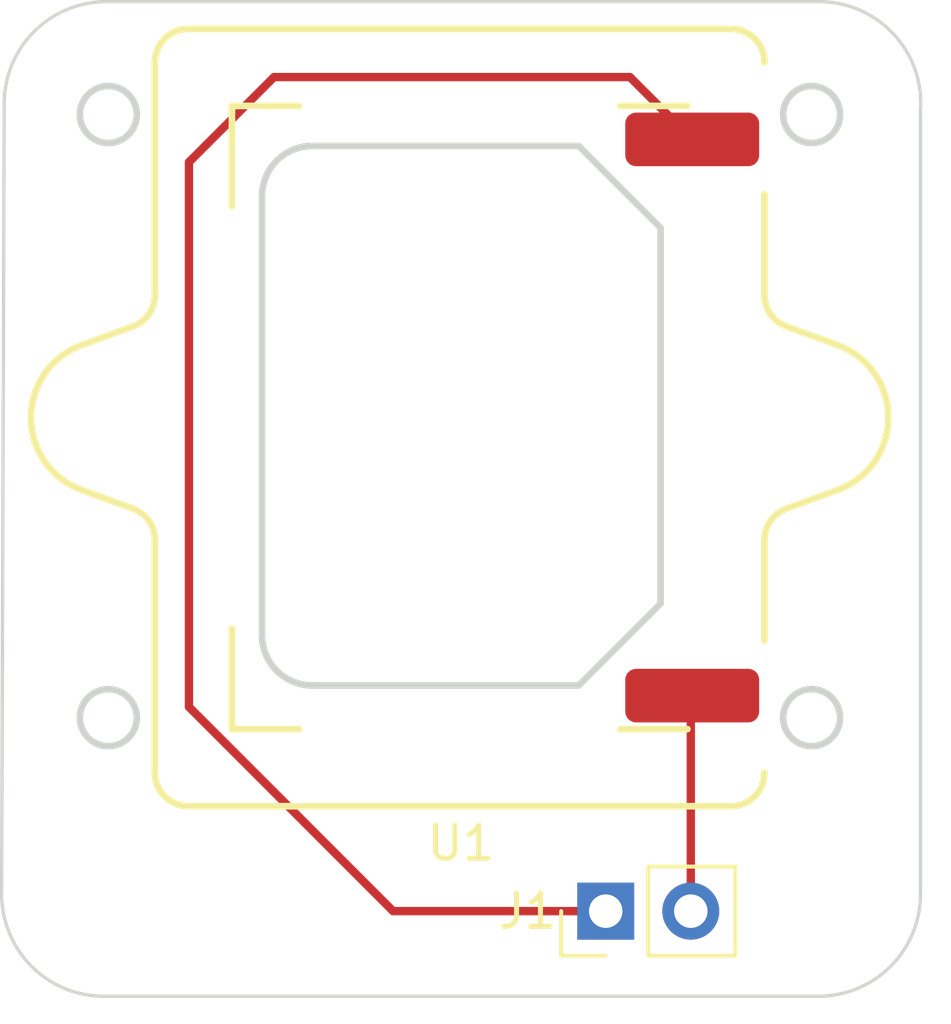
<source format=kicad_pcb>
(kicad_pcb (version 20211014) (generator pcbnew)
  (layers (0 "F.Cu" signal) (31 "B.Cu" signal) (34 "B.Paste" user) (35 "F.Paste" user) (36 "B.SilkS" user "B.Silkscreen") (37 "F.SilkS" user "F.Silkscreen") (38 "B.Mask" user) (39 "F.Mask" user) (44 "Edge.Cuts" user))
  (net 0 "")
  (net 1 "Net-(J1-Pad1)")
  (net 2 "Net-(J1-Pad2)")
  (footprint "project:AS01808AO-mount" (layer "F.Cu") (at 164.338 91.44)
    (fp_text reference "U1" (at 0 12.7 unlocked) (layer "F.SilkS"))
    (fp_text value "as01808ao")
    (fp_line (start -8.144 -11.6) (end 8.056 -11.6) (layer "F.SilkS") (width 0.2))
    (fp_line (start 9.71398 2.717682) (end 11.242646 2.161293) (layer "F.SilkS") (width 0.2))
    (fp_line (start 11.242646 -2.161293) (end 9.71398 -2.717682) (layer "F.SilkS") (width 0.2))
    (fp_line (start 4.756 -9.3) (end 6.756 -9.3) (layer "F.SilkS") (width 0.2))
    (fp_line (start -9.144 -10.6) (end -9.144 -3.657375) (layer "F.SilkS") (width 0.2))
    (fp_line (start -6.844 9.3) (end -6.844 6.3) (layer "F.SilkS") (width 0.2))
    (fp_line (start -4.844 9.3) (end -6.844 9.3) (layer "F.SilkS") (width 0.2))
    (fp_line (start 9.056 3.657375) (end 9.056 6.657375) (layer "F.SilkS") (width 0.2))
    (fp_line (start 6.756 9.3) (end 4.756 9.3) (layer "F.SilkS") (width 0.2))
    (fp_line (start -6.844 -9.3) (end -4.844 -9.3) (layer "F.SilkS") (width 0.2))
    (fp_line (start -9.144 3.657375) (end -9.144 10.6) (layer "F.SilkS") (width 0.2))
    (fp_line (start 9.056 -3.657375) (end 9.056 -6.657375) (layer "F.SilkS") (width 0.2))
    (fp_line (start -11.330646 2.161293) (end -9.80198 2.717682) (layer "F.SilkS") (width 0.2))
    (fp_line (start -6.844 -9.3) (end -6.844 -6.3) (layer "F.SilkS") (width 0.2))
    (fp_line (start 8.056 11.6) (end -8.144 11.6) (layer "F.SilkS") (width 0.2))
    (fp_line (start -9.80198 -2.717682) (end -11.330646 -2.161293) (layer "F.SilkS") (width 0.2))
    (fp_arc (start 11.242646 -2.161293) (mid 12.756 0) (end 11.242646 2.161293) (layer "F.SilkS") (width 0.2))
    (fp_arc (start -11.330646 2.161293) (mid -12.844 0) (end -11.330646 -2.161293) (layer "F.SilkS") (width 0.2))
    (fp_arc (start -9.80198 2.717682) (mid -9.324848 3.083798) (end -9.144 3.657375) (layer "F.SilkS") (width 0.2))
    (fp_arc (start -9.144 -10.6) (mid -8.851107 -11.307107) (end -8.144 -11.6) (layer "F.SilkS") (width 0.2))
    (fp_arc (start -9.144 -3.657375) (mid -9.324848 -3.083798) (end -9.80198 -2.717682) (layer "F.SilkS") (width 0.2))
    (fp_arc (start 9.056 3.657375) (mid 9.236859 3.083806) (end 9.71398 2.717682) (layer "F.SilkS") (width 0.2))
    (fp_arc (start 9.056 10.6) (mid 8.763107 11.307107) (end 8.056 11.6) (layer "F.SilkS") (width 0.2))
    (fp_arc (start -8.144 11.6) (mid -8.851107 11.307107) (end -9.144 10.6) (layer "F.SilkS") (width 0.2))
    (fp_arc (start 8.056 -11.6) (mid 8.763107 -11.307107) (end 9.056 -10.6) (layer "F.SilkS") (width 0.2))
    (fp_arc (start 9.71398 -2.717682) (mid 9.236845 -3.083806) (end 9.056 -3.657375) (layer "F.SilkS") (width 0.2))
    (pad "" np_thru_hole circle (at 10.4648 0) (size 1.7 1.7) (drill 1.7) (layers F&B.Cu *.Mask))
    (pad "" np_thru_hole circle (at -10.5156 0) (size 1.7 1.7) (drill 1.7) (layers F&B.Cu *.Mask))
    (pad "1" smd roundrect (at 6.9 -8.3) (size 4 1.6) (layers "F.Cu" "F.Paste" "F.Mask") (roundrect_rratio 0.2) (net 1 "Net-(J1-Pad1)"))
    (pad "2" smd roundrect (at 6.9 8.3) (size 4 1.6) (layers "F.Cu" "F.Paste" "F.Mask") (roundrect_rratio 0.2) (net 2 "Net-(J1-Pad2)"))
  )
  (footprint "Connector_PinHeader_2.54mm:PinHeader_1x02_P2.54mm_Vertical" (layer "F.Cu") (at 168.656 106.172 90)
    (fp_text reference "J1" (at 0 -2.33) (layer "F.SilkS"))
    (fp_text value "Conn_01x02_Male")
    (fp_line (start -1.33 -1.33) (end 0 -1.33) (layer "F.SilkS") (width 0.12))
    (fp_line (start -1.33 3.87) (end 1.33 3.87) (layer "F.SilkS") (width 0.12))
    (fp_line (start -1.33 1.27) (end -1.33 3.87) (layer "F.SilkS") (width 0.12))
    (fp_line (start 1.33 1.27) (end 1.33 3.87) (layer "F.SilkS") (width 0.12))
    (fp_line (start -1.33 0) (end -1.33 -1.33) (layer "F.SilkS") (width 0.12))
    (fp_line (start -1.33 1.27) (end 1.33 1.27) (layer "F.SilkS") (width 0.12))
    (pad "1" thru_hole rect (at 0 0 90) (size 1.7 1.7) (drill 1) (layers *.Cu *.Mask) (net 1 "Net-(J1-Pad1)"))
    (pad "2" thru_hole oval (at 0 2.54 90) (size 1.7 1.7) (drill 1) (layers *.Cu *.Mask) (net 2 "Net-(J1-Pad2)"))
  )
  (gr_line (start 158.393 84.836) (end 158.393 97.936) (layer "Edge.Cuts") (width 0.2))
  (gr_arc (start 175.028534 79.029634) (mid 177.255715 80.001923) (end 178.054 82.296) (layer "Edge.Cuts") (width 0.1))
  (gr_circle (center 174.8028 100.3976) (end 175.6528 100.3976) (layer "Edge.Cuts") (width 0.2) (fill none))
  (gr_arc (start 159.893 99.436) (mid 158.83234 98.99666) (end 158.393 97.936) (layer "Edge.Cuts") (width 0.2))
  (gr_arc (start 178.054 105.664) (mid 177.161261 107.819261) (end 175.006 108.712) (layer "Edge.Cuts") (width 0.1))
  (gr_circle (center 153.8028 100.3976) (end 154.6528 100.3976) (layer "Edge.Cuts") (width 0.2) (fill none))
  (gr_line (start 178.054 105.664) (end 178.054 82.296) (layer "Edge.Cuts") (width 0.1))
  (gr_line (start 167.850669 99.436) (end 159.893 99.436) (layer "Edge.Cuts") (width 0.2))
  (gr_line (start 170.293 85.77833) (end 167.850669 83.336) (layer "Edge.Cuts") (width 0.2))
  (gr_arc (start 150.693401 82.077634) (mid 151.58614 79.922373) (end 153.741401 79.029634) (layer "Edge.Cuts") (width 0.1))
  (gr_line (start 150.693401 82.077634) (end 150.618261 105.664) (layer "Edge.Cuts") (width 0.1))
  (gr_line (start 153.741401 79.029634) (end 175.028534 79.029634) (layer "Edge.Cuts") (width 0.1))
  (gr_line (start 167.850669 99.436) (end 170.293 96.993669) (layer "Edge.Cuts") (width 0.2))
  (gr_line (start 167.850669 83.336) (end 159.893 83.336) (layer "Edge.Cuts") (width 0.2))
  (gr_line (start 153.666261 108.712) (end 175.006 108.712) (layer "Edge.Cuts") (width 0.1))
  (gr_arc (start 153.666261 108.712) (mid 151.511 107.819261) (end 150.618261 105.664) (layer "Edge.Cuts") (width 0.1))
  (gr_circle (center 153.8028 82.3976) (end 154.6528 82.3976) (layer "Edge.Cuts") (width 0.2) (fill none))
  (gr_line (start 170.293 96.993669) (end 170.293 85.77833) (layer "Edge.Cuts") (width 0.2))
  (gr_arc (start 158.393 84.836) (mid 158.83234 83.77534) (end 159.893 83.336) (layer "Edge.Cuts") (width 0.2))
  (gr_circle (center 174.8028 82.3976) (end 175.6528 82.3976) (layer "Edge.Cuts") (width 0.2) (fill none))
  (segment (start 158.75 81.28) (end 169.378 81.28) (width 0.25) (layer "F.Cu") (net 1))
  (segment (start 162.306 106.172) (end 156.21 100.076) (width 0.25) (layer "F.Cu") (net 1))
  (segment (start 168.656 106.172) (end 162.306 106.172) (width 0.25) (layer "F.Cu") (net 1))
  (segment (start 156.21 100.076) (end 156.21 83.82) (width 0.25) (layer "F.Cu") (net 1))
  (segment (start 156.21 83.82) (end 158.75 81.28) (width 0.25) (layer "F.Cu") (net 1))
  (segment (start 169.378 81.28) (end 171.238 83.14) (width 0.25) (layer "F.Cu") (net 1))
  (segment (start 171.196 99.782) (end 171.196 106.172) (width 0.25) (layer "F.Cu") (net 2))
)
</source>
